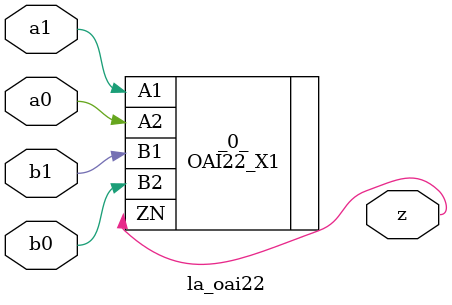
<source format=v>
/* Generated by Yosys 0.37 (git sha1 a5c7f69ed, clang 14.0.0-1ubuntu1.1 -fPIC -Os) */

module la_oai22(a0, a1, b0, b1, z);
  input a0;
  wire a0;
  input a1;
  wire a1;
  input b0;
  wire b0;
  input b1;
  wire b1;
  output z;
  wire z;
  OAI22_X1 _0_ (
    .A1(a1),
    .A2(a0),
    .B1(b1),
    .B2(b0),
    .ZN(z)
  );
endmodule

</source>
